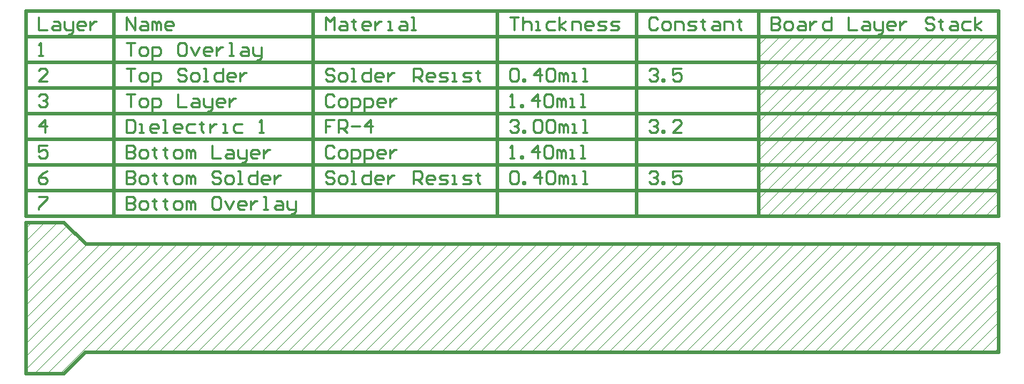
<source format=gm1>
G04 Layer_Color=16711935*
%FSAX25Y25*%
%MOIN*%
G70*
G01*
G75*
%ADD13C,0.01500*%
%ADD20C,0.01000*%
%ADD25C,0.00100*%
D13*
X0193389Y0388128D02*
X0210924D01*
X0221021Y0398225D01*
X0647269Y0398214D01*
Y0448645D01*
X0221126D02*
X0647269D01*
X0211039Y0458732D02*
X0221126Y0448645D01*
X0193389Y0458732D02*
X0211039D01*
X0193389Y0388128D02*
Y0458732D01*
X0647269Y0461732D02*
Y0557732D01*
X0535301Y0533732D02*
X0647269D01*
X0535301Y0521732D02*
X0647269D01*
X0535301Y0509732D02*
X0647269D01*
X0535301Y0497732D02*
X0647269D01*
X0535301Y0485732D02*
X0647269D01*
X0535301Y0473732D02*
X0647269D01*
X0535301Y0461732D02*
X0647269D01*
X0535301D02*
Y0557732D01*
X0478314Y0533732D02*
X0535301D01*
X0478314Y0521732D02*
X0535301D01*
X0478314Y0509732D02*
X0535301D01*
X0478314Y0497732D02*
X0535301D01*
X0478314Y0485732D02*
X0535301D01*
X0478314Y0473732D02*
X0535301D01*
X0478314Y0461732D02*
X0535301D01*
X0478314D02*
Y0557732D01*
X0413331Y0533732D02*
X0478314D01*
X0413331Y0521732D02*
X0478314D01*
X0413331Y0509732D02*
X0478314D01*
X0413331Y0497732D02*
X0478314D01*
X0413331Y0485732D02*
X0478314D01*
X0413331Y0473732D02*
X0478314D01*
X0413331Y0461732D02*
X0478314D01*
X0413331D02*
Y0557732D01*
X0327354Y0533732D02*
X0413331D01*
X0327354Y0521732D02*
X0413331D01*
X0327354Y0509732D02*
X0413331D01*
X0327354Y0497732D02*
X0413331D01*
X0327354Y0485732D02*
X0413331D01*
X0327354Y0473732D02*
X0413331D01*
X0327354Y0461732D02*
X0413331D01*
X0327354D02*
Y0557732D01*
X0234380Y0533732D02*
X0327354D01*
X0234380Y0521732D02*
X0327354D01*
X0234380Y0509732D02*
X0327354D01*
X0234380Y0497732D02*
X0327354D01*
X0234380Y0485732D02*
X0327354D01*
X0234380Y0473732D02*
X0327354D01*
X0234380Y0461732D02*
X0327354D01*
X0234380D02*
Y0557732D01*
X0193389Y0533732D02*
X0234380D01*
X0193389Y0521732D02*
X0234380D01*
X0193389Y0509732D02*
X0234380D01*
X0193389Y0497732D02*
X0234380D01*
X0193389Y0485732D02*
X0234380D01*
X0193389Y0473732D02*
X0234380D01*
X0193389Y0461732D02*
X0234380D01*
X0193389D02*
Y0557732D01*
X0647269D01*
X0193389Y0545732D02*
X0647269D01*
D20*
X0541301Y0554730D02*
Y0548732D01*
X0544300D01*
X0545299Y0549731D01*
Y0550731D01*
X0544300Y0551731D01*
X0541301D01*
X0544300D01*
X0545299Y0552730D01*
Y0553730D01*
X0544300Y0554730D01*
X0541301D01*
X0548298Y0548732D02*
X0550298D01*
X0551297Y0549731D01*
Y0551731D01*
X0550298Y0552730D01*
X0548298D01*
X0547299Y0551731D01*
Y0549731D01*
X0548298Y0548732D01*
X0554296Y0552730D02*
X0556296D01*
X0557296Y0551731D01*
Y0548732D01*
X0554296D01*
X0553297Y0549731D01*
X0554296Y0550731D01*
X0557296D01*
X0559295Y0552730D02*
Y0548732D01*
Y0550731D01*
X0560294Y0551731D01*
X0561294Y0552730D01*
X0562294D01*
X0569292Y0554730D02*
Y0548732D01*
X0566293D01*
X0565293Y0549731D01*
Y0551731D01*
X0566293Y0552730D01*
X0569292D01*
X0577289Y0554730D02*
Y0548732D01*
X0581288D01*
X0584287Y0552730D02*
X0586286D01*
X0587286Y0551731D01*
Y0548732D01*
X0584287D01*
X0583287Y0549731D01*
X0584287Y0550731D01*
X0587286D01*
X0589285Y0552730D02*
Y0549731D01*
X0590285Y0548732D01*
X0593284D01*
Y0547732D01*
X0592284Y0546732D01*
X0591285D01*
X0593284Y0548732D02*
Y0552730D01*
X0598282Y0548732D02*
X0596283D01*
X0595283Y0549731D01*
Y0551731D01*
X0596283Y0552730D01*
X0598282D01*
X0599282Y0551731D01*
Y0550731D01*
X0595283D01*
X0601281Y0552730D02*
Y0548732D01*
Y0550731D01*
X0602281Y0551731D01*
X0603281Y0552730D01*
X0604280D01*
X0617276Y0553730D02*
X0616276Y0554730D01*
X0614277D01*
X0613277Y0553730D01*
Y0552730D01*
X0614277Y0551731D01*
X0616276D01*
X0617276Y0550731D01*
Y0549731D01*
X0616276Y0548732D01*
X0614277D01*
X0613277Y0549731D01*
X0620275Y0553730D02*
Y0552730D01*
X0619275D01*
X0621275D01*
X0620275D01*
Y0549731D01*
X0621275Y0548732D01*
X0625274Y0552730D02*
X0627273D01*
X0628272Y0551731D01*
Y0548732D01*
X0625274D01*
X0624274Y0549731D01*
X0625274Y0550731D01*
X0628272D01*
X0634271Y0552730D02*
X0631272D01*
X0630272Y0551731D01*
Y0549731D01*
X0631272Y0548732D01*
X0634271D01*
X0636270D02*
Y0554730D01*
Y0550731D02*
X0639269Y0552730D01*
X0636270Y0550731D02*
X0639269Y0548732D01*
X0484314Y0529730D02*
X0485314Y0530730D01*
X0487314D01*
X0488313Y0529730D01*
Y0528730D01*
X0487314Y0527731D01*
X0486314D01*
X0487314D01*
X0488313Y0526731D01*
Y0525731D01*
X0487314Y0524732D01*
X0485314D01*
X0484314Y0525731D01*
X0490313Y0524732D02*
Y0525731D01*
X0491312D01*
Y0524732D01*
X0490313D01*
X0499310Y0530730D02*
X0495311D01*
Y0527731D01*
X0497310Y0528730D01*
X0498310D01*
X0499310Y0527731D01*
Y0525731D01*
X0498310Y0524732D01*
X0496311D01*
X0495311Y0525731D01*
X0484314Y0505730D02*
X0485314Y0506730D01*
X0487314D01*
X0488313Y0505730D01*
Y0504730D01*
X0487314Y0503731D01*
X0486314D01*
X0487314D01*
X0488313Y0502731D01*
Y0501731D01*
X0487314Y0500732D01*
X0485314D01*
X0484314Y0501731D01*
X0490313Y0500732D02*
Y0501731D01*
X0491312D01*
Y0500732D01*
X0490313D01*
X0499310D02*
X0495311D01*
X0499310Y0504730D01*
Y0505730D01*
X0498310Y0506730D01*
X0496311D01*
X0495311Y0505730D01*
X0484314Y0481730D02*
X0485314Y0482730D01*
X0487314D01*
X0488313Y0481730D01*
Y0480730D01*
X0487314Y0479731D01*
X0486314D01*
X0487314D01*
X0488313Y0478731D01*
Y0477731D01*
X0487314Y0476732D01*
X0485314D01*
X0484314Y0477731D01*
X0490313Y0476732D02*
Y0477731D01*
X0491312D01*
Y0476732D01*
X0490313D01*
X0499310Y0482730D02*
X0495311D01*
Y0479731D01*
X0497310Y0480730D01*
X0498310D01*
X0499310Y0479731D01*
Y0477731D01*
X0498310Y0476732D01*
X0496311D01*
X0495311Y0477731D01*
X0488313Y0553730D02*
X0487314Y0554730D01*
X0485314D01*
X0484314Y0553730D01*
Y0549731D01*
X0485314Y0548732D01*
X0487314D01*
X0488313Y0549731D01*
X0491312Y0548732D02*
X0493312D01*
X0494311Y0549731D01*
Y0551731D01*
X0493312Y0552730D01*
X0491312D01*
X0490313Y0551731D01*
Y0549731D01*
X0491312Y0548732D01*
X0496311D02*
Y0552730D01*
X0499310D01*
X0500309Y0551731D01*
Y0548732D01*
X0502309D02*
X0505308D01*
X0506307Y0549731D01*
X0505308Y0550731D01*
X0503308D01*
X0502309Y0551731D01*
X0503308Y0552730D01*
X0506307D01*
X0509306Y0553730D02*
Y0552730D01*
X0508307D01*
X0510306D01*
X0509306D01*
Y0549731D01*
X0510306Y0548732D01*
X0514305Y0552730D02*
X0516304D01*
X0517304Y0551731D01*
Y0548732D01*
X0514305D01*
X0513305Y0549731D01*
X0514305Y0550731D01*
X0517304D01*
X0519303Y0548732D02*
Y0552730D01*
X0522302D01*
X0523302Y0551731D01*
Y0548732D01*
X0526301Y0553730D02*
Y0552730D01*
X0525301D01*
X0527301D01*
X0526301D01*
Y0549731D01*
X0527301Y0548732D01*
X0419331Y0529730D02*
X0420331Y0530730D01*
X0422330D01*
X0423330Y0529730D01*
Y0525731D01*
X0422330Y0524732D01*
X0420331D01*
X0419331Y0525731D01*
Y0529730D01*
X0425329Y0524732D02*
Y0525731D01*
X0426329D01*
Y0524732D01*
X0425329D01*
X0433326D02*
Y0530730D01*
X0430328Y0527731D01*
X0434326D01*
X0436326Y0529730D02*
X0437325Y0530730D01*
X0439325D01*
X0440324Y0529730D01*
Y0525731D01*
X0439325Y0524732D01*
X0437325D01*
X0436326Y0525731D01*
Y0529730D01*
X0442324Y0524732D02*
Y0528730D01*
X0443323D01*
X0444323Y0527731D01*
Y0524732D01*
Y0527731D01*
X0445323Y0528730D01*
X0446322Y0527731D01*
Y0524732D01*
X0448322D02*
X0450321D01*
X0449321D01*
Y0528730D01*
X0448322D01*
X0453320Y0524732D02*
X0455319D01*
X0454320D01*
Y0530730D01*
X0453320D01*
X0419331Y0512732D02*
X0421330D01*
X0420331D01*
Y0518730D01*
X0419331Y0517730D01*
X0424329Y0512732D02*
Y0513731D01*
X0425329D01*
Y0512732D01*
X0424329D01*
X0432327D02*
Y0518730D01*
X0429328Y0515731D01*
X0433326D01*
X0435326Y0517730D02*
X0436326Y0518730D01*
X0438325D01*
X0439325Y0517730D01*
Y0513731D01*
X0438325Y0512732D01*
X0436326D01*
X0435326Y0513731D01*
Y0517730D01*
X0441324Y0512732D02*
Y0516730D01*
X0442324D01*
X0443323Y0515731D01*
Y0512732D01*
Y0515731D01*
X0444323Y0516730D01*
X0445323Y0515731D01*
Y0512732D01*
X0447322D02*
X0449321D01*
X0448322D01*
Y0516730D01*
X0447322D01*
X0452320Y0512732D02*
X0454320D01*
X0453320D01*
Y0518730D01*
X0452320D01*
X0419331Y0505730D02*
X0420331Y0506730D01*
X0422330D01*
X0423330Y0505730D01*
Y0504730D01*
X0422330Y0503731D01*
X0421330D01*
X0422330D01*
X0423330Y0502731D01*
Y0501731D01*
X0422330Y0500732D01*
X0420331D01*
X0419331Y0501731D01*
X0425329Y0500732D02*
Y0501731D01*
X0426329D01*
Y0500732D01*
X0425329D01*
X0430328Y0505730D02*
X0431327Y0506730D01*
X0433326D01*
X0434326Y0505730D01*
Y0501731D01*
X0433326Y0500732D01*
X0431327D01*
X0430328Y0501731D01*
Y0505730D01*
X0436326D02*
X0437325Y0506730D01*
X0439325D01*
X0440324Y0505730D01*
Y0501731D01*
X0439325Y0500732D01*
X0437325D01*
X0436326Y0501731D01*
Y0505730D01*
X0442324Y0500732D02*
Y0504730D01*
X0443323D01*
X0444323Y0503731D01*
Y0500732D01*
Y0503731D01*
X0445323Y0504730D01*
X0446322Y0503731D01*
Y0500732D01*
X0448322D02*
X0450321D01*
X0449321D01*
Y0504730D01*
X0448322D01*
X0453320Y0500732D02*
X0455319D01*
X0454320D01*
Y0506730D01*
X0453320D01*
X0419331Y0488732D02*
X0421330D01*
X0420331D01*
Y0494730D01*
X0419331Y0493730D01*
X0424329Y0488732D02*
Y0489731D01*
X0425329D01*
Y0488732D01*
X0424329D01*
X0432327D02*
Y0494730D01*
X0429328Y0491731D01*
X0433326D01*
X0435326Y0493730D02*
X0436326Y0494730D01*
X0438325D01*
X0439325Y0493730D01*
Y0489731D01*
X0438325Y0488732D01*
X0436326D01*
X0435326Y0489731D01*
Y0493730D01*
X0441324Y0488732D02*
Y0492730D01*
X0442324D01*
X0443323Y0491731D01*
Y0488732D01*
Y0491731D01*
X0444323Y0492730D01*
X0445323Y0491731D01*
Y0488732D01*
X0447322D02*
X0449321D01*
X0448322D01*
Y0492730D01*
X0447322D01*
X0452320Y0488732D02*
X0454320D01*
X0453320D01*
Y0494730D01*
X0452320D01*
X0419331Y0481730D02*
X0420331Y0482730D01*
X0422330D01*
X0423330Y0481730D01*
Y0477731D01*
X0422330Y0476732D01*
X0420331D01*
X0419331Y0477731D01*
Y0481730D01*
X0425329Y0476732D02*
Y0477731D01*
X0426329D01*
Y0476732D01*
X0425329D01*
X0433326D02*
Y0482730D01*
X0430328Y0479731D01*
X0434326D01*
X0436326Y0481730D02*
X0437325Y0482730D01*
X0439325D01*
X0440324Y0481730D01*
Y0477731D01*
X0439325Y0476732D01*
X0437325D01*
X0436326Y0477731D01*
Y0481730D01*
X0442324Y0476732D02*
Y0480730D01*
X0443323D01*
X0444323Y0479731D01*
Y0476732D01*
Y0479731D01*
X0445323Y0480730D01*
X0446322Y0479731D01*
Y0476732D01*
X0448322D02*
X0450321D01*
X0449321D01*
Y0480730D01*
X0448322D01*
X0453320Y0476732D02*
X0455319D01*
X0454320D01*
Y0482730D01*
X0453320D01*
X0419331Y0554730D02*
X0423330D01*
X0421330D01*
Y0548732D01*
X0425329Y0554730D02*
Y0548732D01*
Y0551731D01*
X0426329Y0552730D01*
X0428328D01*
X0429328Y0551731D01*
Y0548732D01*
X0431327D02*
X0433326D01*
X0432327D01*
Y0552730D01*
X0431327D01*
X0440324D02*
X0437325D01*
X0436326Y0551731D01*
Y0549731D01*
X0437325Y0548732D01*
X0440324D01*
X0442324D02*
Y0554730D01*
Y0550731D02*
X0445323Y0552730D01*
X0442324Y0550731D02*
X0445323Y0548732D01*
X0448322D02*
Y0552730D01*
X0451321D01*
X0452320Y0551731D01*
Y0548732D01*
X0457319D02*
X0455319D01*
X0454320Y0549731D01*
Y0551731D01*
X0455319Y0552730D01*
X0457319D01*
X0458318Y0551731D01*
Y0550731D01*
X0454320D01*
X0460318Y0548732D02*
X0463317D01*
X0464317Y0549731D01*
X0463317Y0550731D01*
X0461317D01*
X0460318Y0551731D01*
X0461317Y0552730D01*
X0464317D01*
X0466316Y0548732D02*
X0469315D01*
X0470315Y0549731D01*
X0469315Y0550731D01*
X0467315D01*
X0466316Y0551731D01*
X0467315Y0552730D01*
X0470315D01*
X0337353Y0529730D02*
X0336353Y0530730D01*
X0334354D01*
X0333354Y0529730D01*
Y0528730D01*
X0334354Y0527731D01*
X0336353D01*
X0337353Y0526731D01*
Y0525731D01*
X0336353Y0524732D01*
X0334354D01*
X0333354Y0525731D01*
X0340352Y0524732D02*
X0342351D01*
X0343351Y0525731D01*
Y0527731D01*
X0342351Y0528730D01*
X0340352D01*
X0339352Y0527731D01*
Y0525731D01*
X0340352Y0524732D01*
X0345351D02*
X0347350D01*
X0346350D01*
Y0530730D01*
X0345351D01*
X0354347D02*
Y0524732D01*
X0351348D01*
X0350349Y0525731D01*
Y0527731D01*
X0351348Y0528730D01*
X0354347D01*
X0359346Y0524732D02*
X0357347D01*
X0356347Y0525731D01*
Y0527731D01*
X0357347Y0528730D01*
X0359346D01*
X0360346Y0527731D01*
Y0526731D01*
X0356347D01*
X0362345Y0528730D02*
Y0524732D01*
Y0526731D01*
X0363345Y0527731D01*
X0364344Y0528730D01*
X0365344D01*
X0374341Y0524732D02*
Y0530730D01*
X0377340D01*
X0378340Y0529730D01*
Y0527731D01*
X0377340Y0526731D01*
X0374341D01*
X0376340D02*
X0378340Y0524732D01*
X0383338D02*
X0381339D01*
X0380339Y0525731D01*
Y0527731D01*
X0381339Y0528730D01*
X0383338D01*
X0384338Y0527731D01*
Y0526731D01*
X0380339D01*
X0386337Y0524732D02*
X0389336D01*
X0390336Y0525731D01*
X0389336Y0526731D01*
X0387337D01*
X0386337Y0527731D01*
X0387337Y0528730D01*
X0390336D01*
X0392335Y0524732D02*
X0394335D01*
X0393335D01*
Y0528730D01*
X0392335D01*
X0397334Y0524732D02*
X0400333D01*
X0401332Y0525731D01*
X0400333Y0526731D01*
X0398333D01*
X0397334Y0527731D01*
X0398333Y0528730D01*
X0401332D01*
X0404331Y0529730D02*
Y0528730D01*
X0403332D01*
X0405331D01*
X0404331D01*
Y0525731D01*
X0405331Y0524732D01*
X0337353Y0517730D02*
X0336353Y0518730D01*
X0334354D01*
X0333354Y0517730D01*
Y0513731D01*
X0334354Y0512732D01*
X0336353D01*
X0337353Y0513731D01*
X0340352Y0512732D02*
X0342351D01*
X0343351Y0513731D01*
Y0515731D01*
X0342351Y0516730D01*
X0340352D01*
X0339352Y0515731D01*
Y0513731D01*
X0340352Y0512732D01*
X0345351Y0510732D02*
Y0516730D01*
X0348349D01*
X0349349Y0515731D01*
Y0513731D01*
X0348349Y0512732D01*
X0345351D01*
X0351348Y0510732D02*
Y0516730D01*
X0354347D01*
X0355347Y0515731D01*
Y0513731D01*
X0354347Y0512732D01*
X0351348D01*
X0360346D02*
X0358346D01*
X0357347Y0513731D01*
Y0515731D01*
X0358346Y0516730D01*
X0360346D01*
X0361345Y0515731D01*
Y0514731D01*
X0357347D01*
X0363345Y0516730D02*
Y0512732D01*
Y0514731D01*
X0364344Y0515731D01*
X0365344Y0516730D01*
X0366344D01*
X0337353Y0506730D02*
X0333354D01*
Y0503731D01*
X0335354D01*
X0333354D01*
Y0500732D01*
X0339352D02*
Y0506730D01*
X0342351D01*
X0343351Y0505730D01*
Y0503731D01*
X0342351Y0502731D01*
X0339352D01*
X0341352D02*
X0343351Y0500732D01*
X0345351Y0503731D02*
X0349349D01*
X0354347Y0500732D02*
Y0506730D01*
X0351348Y0503731D01*
X0355347D01*
X0337353Y0493730D02*
X0336353Y0494730D01*
X0334354D01*
X0333354Y0493730D01*
Y0489731D01*
X0334354Y0488732D01*
X0336353D01*
X0337353Y0489731D01*
X0340352Y0488732D02*
X0342351D01*
X0343351Y0489731D01*
Y0491731D01*
X0342351Y0492730D01*
X0340352D01*
X0339352Y0491731D01*
Y0489731D01*
X0340352Y0488732D01*
X0345351Y0486732D02*
Y0492730D01*
X0348349D01*
X0349349Y0491731D01*
Y0489731D01*
X0348349Y0488732D01*
X0345351D01*
X0351348Y0486732D02*
Y0492730D01*
X0354347D01*
X0355347Y0491731D01*
Y0489731D01*
X0354347Y0488732D01*
X0351348D01*
X0360346D02*
X0358346D01*
X0357347Y0489731D01*
Y0491731D01*
X0358346Y0492730D01*
X0360346D01*
X0361345Y0491731D01*
Y0490731D01*
X0357347D01*
X0363345Y0492730D02*
Y0488732D01*
Y0490731D01*
X0364344Y0491731D01*
X0365344Y0492730D01*
X0366344D01*
X0337353Y0481730D02*
X0336353Y0482730D01*
X0334354D01*
X0333354Y0481730D01*
Y0480730D01*
X0334354Y0479731D01*
X0336353D01*
X0337353Y0478731D01*
Y0477731D01*
X0336353Y0476732D01*
X0334354D01*
X0333354Y0477731D01*
X0340352Y0476732D02*
X0342351D01*
X0343351Y0477731D01*
Y0479731D01*
X0342351Y0480730D01*
X0340352D01*
X0339352Y0479731D01*
Y0477731D01*
X0340352Y0476732D01*
X0345351D02*
X0347350D01*
X0346350D01*
Y0482730D01*
X0345351D01*
X0354347D02*
Y0476732D01*
X0351348D01*
X0350349Y0477731D01*
Y0479731D01*
X0351348Y0480730D01*
X0354347D01*
X0359346Y0476732D02*
X0357347D01*
X0356347Y0477731D01*
Y0479731D01*
X0357347Y0480730D01*
X0359346D01*
X0360346Y0479731D01*
Y0478731D01*
X0356347D01*
X0362345Y0480730D02*
Y0476732D01*
Y0478731D01*
X0363345Y0479731D01*
X0364344Y0480730D01*
X0365344D01*
X0374341Y0476732D02*
Y0482730D01*
X0377340D01*
X0378340Y0481730D01*
Y0479731D01*
X0377340Y0478731D01*
X0374341D01*
X0376340D02*
X0378340Y0476732D01*
X0383338D02*
X0381339D01*
X0380339Y0477731D01*
Y0479731D01*
X0381339Y0480730D01*
X0383338D01*
X0384338Y0479731D01*
Y0478731D01*
X0380339D01*
X0386337Y0476732D02*
X0389336D01*
X0390336Y0477731D01*
X0389336Y0478731D01*
X0387337D01*
X0386337Y0479731D01*
X0387337Y0480730D01*
X0390336D01*
X0392335Y0476732D02*
X0394335D01*
X0393335D01*
Y0480730D01*
X0392335D01*
X0397334Y0476732D02*
X0400333D01*
X0401332Y0477731D01*
X0400333Y0478731D01*
X0398333D01*
X0397334Y0479731D01*
X0398333Y0480730D01*
X0401332D01*
X0404331Y0481730D02*
Y0480730D01*
X0403332D01*
X0405331D01*
X0404331D01*
Y0477731D01*
X0405331Y0476732D01*
X0333354Y0548732D02*
Y0554730D01*
X0335354Y0552730D01*
X0337353Y0554730D01*
Y0548732D01*
X0340352Y0552730D02*
X0342351D01*
X0343351Y0551731D01*
Y0548732D01*
X0340352D01*
X0339352Y0549731D01*
X0340352Y0550731D01*
X0343351D01*
X0346350Y0553730D02*
Y0552730D01*
X0345351D01*
X0347350D01*
X0346350D01*
Y0549731D01*
X0347350Y0548732D01*
X0353348D02*
X0351348D01*
X0350349Y0549731D01*
Y0551731D01*
X0351348Y0552730D01*
X0353348D01*
X0354347Y0551731D01*
Y0550731D01*
X0350349D01*
X0356347Y0552730D02*
Y0548732D01*
Y0550731D01*
X0357347Y0551731D01*
X0358346Y0552730D01*
X0359346D01*
X0362345Y0548732D02*
X0364344D01*
X0363345D01*
Y0552730D01*
X0362345D01*
X0368343D02*
X0370342D01*
X0371342Y0551731D01*
Y0548732D01*
X0368343D01*
X0367343Y0549731D01*
X0368343Y0550731D01*
X0371342D01*
X0373341Y0548732D02*
X0375341D01*
X0374341D01*
Y0554730D01*
X0373341D01*
X0240380Y0542730D02*
X0244379D01*
X0242379D01*
Y0536732D01*
X0247378D02*
X0249377D01*
X0250377Y0537731D01*
Y0539731D01*
X0249377Y0540730D01*
X0247378D01*
X0246378Y0539731D01*
Y0537731D01*
X0247378Y0536732D01*
X0252376Y0534732D02*
Y0540730D01*
X0255375D01*
X0256375Y0539731D01*
Y0537731D01*
X0255375Y0536732D01*
X0252376D01*
X0267371Y0542730D02*
X0265372D01*
X0264372Y0541730D01*
Y0537731D01*
X0265372Y0536732D01*
X0267371D01*
X0268371Y0537731D01*
Y0541730D01*
X0267371Y0542730D01*
X0270370Y0540730D02*
X0272370Y0536732D01*
X0274369Y0540730D01*
X0279367Y0536732D02*
X0277368D01*
X0276368Y0537731D01*
Y0539731D01*
X0277368Y0540730D01*
X0279367D01*
X0280367Y0539731D01*
Y0538731D01*
X0276368D01*
X0282366Y0540730D02*
Y0536732D01*
Y0538731D01*
X0283366Y0539731D01*
X0284366Y0540730D01*
X0285365D01*
X0288364Y0536732D02*
X0290364D01*
X0289364D01*
Y0542730D01*
X0288364D01*
X0294362Y0540730D02*
X0296362D01*
X0297361Y0539731D01*
Y0536732D01*
X0294362D01*
X0293363Y0537731D01*
X0294362Y0538731D01*
X0297361D01*
X0299361Y0540730D02*
Y0537731D01*
X0300360Y0536732D01*
X0303360D01*
Y0535732D01*
X0302360Y0534732D01*
X0301360D01*
X0303360Y0536732D02*
Y0540730D01*
X0240380Y0530730D02*
X0244379D01*
X0242379D01*
Y0524732D01*
X0247378D02*
X0249377D01*
X0250377Y0525731D01*
Y0527731D01*
X0249377Y0528730D01*
X0247378D01*
X0246378Y0527731D01*
Y0525731D01*
X0247378Y0524732D01*
X0252376Y0522732D02*
Y0528730D01*
X0255375D01*
X0256375Y0527731D01*
Y0525731D01*
X0255375Y0524732D01*
X0252376D01*
X0268371Y0529730D02*
X0267371Y0530730D01*
X0265372D01*
X0264372Y0529730D01*
Y0528730D01*
X0265372Y0527731D01*
X0267371D01*
X0268371Y0526731D01*
Y0525731D01*
X0267371Y0524732D01*
X0265372D01*
X0264372Y0525731D01*
X0271370Y0524732D02*
X0273369D01*
X0274369Y0525731D01*
Y0527731D01*
X0273369Y0528730D01*
X0271370D01*
X0270370Y0527731D01*
Y0525731D01*
X0271370Y0524732D01*
X0276368D02*
X0278368D01*
X0277368D01*
Y0530730D01*
X0276368D01*
X0285365D02*
Y0524732D01*
X0282366D01*
X0281367Y0525731D01*
Y0527731D01*
X0282366Y0528730D01*
X0285365D01*
X0290364Y0524732D02*
X0288364D01*
X0287365Y0525731D01*
Y0527731D01*
X0288364Y0528730D01*
X0290364D01*
X0291363Y0527731D01*
Y0526731D01*
X0287365D01*
X0293363Y0528730D02*
Y0524732D01*
Y0526731D01*
X0294362Y0527731D01*
X0295362Y0528730D01*
X0296362D01*
X0240380Y0518730D02*
X0244379D01*
X0242379D01*
Y0512732D01*
X0247378D02*
X0249377D01*
X0250377Y0513731D01*
Y0515731D01*
X0249377Y0516730D01*
X0247378D01*
X0246378Y0515731D01*
Y0513731D01*
X0247378Y0512732D01*
X0252376Y0510732D02*
Y0516730D01*
X0255375D01*
X0256375Y0515731D01*
Y0513731D01*
X0255375Y0512732D01*
X0252376D01*
X0264372Y0518730D02*
Y0512732D01*
X0268371D01*
X0271370Y0516730D02*
X0273369D01*
X0274369Y0515731D01*
Y0512732D01*
X0271370D01*
X0270370Y0513731D01*
X0271370Y0514731D01*
X0274369D01*
X0276368Y0516730D02*
Y0513731D01*
X0277368Y0512732D01*
X0280367D01*
Y0511732D01*
X0279367Y0510732D01*
X0278368D01*
X0280367Y0512732D02*
Y0516730D01*
X0285365Y0512732D02*
X0283366D01*
X0282366Y0513731D01*
Y0515731D01*
X0283366Y0516730D01*
X0285365D01*
X0286365Y0515731D01*
Y0514731D01*
X0282366D01*
X0288364Y0516730D02*
Y0512732D01*
Y0514731D01*
X0289364Y0515731D01*
X0290364Y0516730D01*
X0291363D01*
X0240380Y0506730D02*
Y0500732D01*
X0243379D01*
X0244379Y0501731D01*
Y0505730D01*
X0243379Y0506730D01*
X0240380D01*
X0246378Y0500732D02*
X0248377D01*
X0247378D01*
Y0504730D01*
X0246378D01*
X0254375Y0500732D02*
X0252376D01*
X0251376Y0501731D01*
Y0503731D01*
X0252376Y0504730D01*
X0254375D01*
X0255375Y0503731D01*
Y0502731D01*
X0251376D01*
X0257374Y0500732D02*
X0259374D01*
X0258374D01*
Y0506730D01*
X0257374D01*
X0265372Y0500732D02*
X0263372D01*
X0262373Y0501731D01*
Y0503731D01*
X0263372Y0504730D01*
X0265372D01*
X0266371Y0503731D01*
Y0502731D01*
X0262373D01*
X0272370Y0504730D02*
X0269371D01*
X0268371Y0503731D01*
Y0501731D01*
X0269371Y0500732D01*
X0272370D01*
X0275369Y0505730D02*
Y0504730D01*
X0274369D01*
X0276368D01*
X0275369D01*
Y0501731D01*
X0276368Y0500732D01*
X0279367Y0504730D02*
Y0500732D01*
Y0502731D01*
X0280367Y0503731D01*
X0281367Y0504730D01*
X0282366D01*
X0285365Y0500732D02*
X0287365D01*
X0286365D01*
Y0504730D01*
X0285365D01*
X0294362D02*
X0291363D01*
X0290364Y0503731D01*
Y0501731D01*
X0291363Y0500732D01*
X0294362D01*
X0302360D02*
X0304359D01*
X0303360D01*
Y0506730D01*
X0302360Y0505730D01*
X0240380Y0494730D02*
Y0488732D01*
X0243379D01*
X0244379Y0489731D01*
Y0490731D01*
X0243379Y0491731D01*
X0240380D01*
X0243379D01*
X0244379Y0492730D01*
Y0493730D01*
X0243379Y0494730D01*
X0240380D01*
X0247378Y0488732D02*
X0249377D01*
X0250377Y0489731D01*
Y0491731D01*
X0249377Y0492730D01*
X0247378D01*
X0246378Y0491731D01*
Y0489731D01*
X0247378Y0488732D01*
X0253376Y0493730D02*
Y0492730D01*
X0252376D01*
X0254375D01*
X0253376D01*
Y0489731D01*
X0254375Y0488732D01*
X0258374Y0493730D02*
Y0492730D01*
X0257374D01*
X0259374D01*
X0258374D01*
Y0489731D01*
X0259374Y0488732D01*
X0263372D02*
X0265372D01*
X0266371Y0489731D01*
Y0491731D01*
X0265372Y0492730D01*
X0263372D01*
X0262373Y0491731D01*
Y0489731D01*
X0263372Y0488732D01*
X0268371D02*
Y0492730D01*
X0269371D01*
X0270370Y0491731D01*
Y0488732D01*
Y0491731D01*
X0271370Y0492730D01*
X0272370Y0491731D01*
Y0488732D01*
X0280367Y0494730D02*
Y0488732D01*
X0284366D01*
X0287365Y0492730D02*
X0289364D01*
X0290364Y0491731D01*
Y0488732D01*
X0287365D01*
X0286365Y0489731D01*
X0287365Y0490731D01*
X0290364D01*
X0292363Y0492730D02*
Y0489731D01*
X0293363Y0488732D01*
X0296362D01*
Y0487732D01*
X0295362Y0486732D01*
X0294362D01*
X0296362Y0488732D02*
Y0492730D01*
X0301360Y0488732D02*
X0299361D01*
X0298361Y0489731D01*
Y0491731D01*
X0299361Y0492730D01*
X0301360D01*
X0302360Y0491731D01*
Y0490731D01*
X0298361D01*
X0304359Y0492730D02*
Y0488732D01*
Y0490731D01*
X0305359Y0491731D01*
X0306359Y0492730D01*
X0307358D01*
X0240380Y0482730D02*
Y0476732D01*
X0243379D01*
X0244379Y0477731D01*
Y0478731D01*
X0243379Y0479731D01*
X0240380D01*
X0243379D01*
X0244379Y0480730D01*
Y0481730D01*
X0243379Y0482730D01*
X0240380D01*
X0247378Y0476732D02*
X0249377D01*
X0250377Y0477731D01*
Y0479731D01*
X0249377Y0480730D01*
X0247378D01*
X0246378Y0479731D01*
Y0477731D01*
X0247378Y0476732D01*
X0253376Y0481730D02*
Y0480730D01*
X0252376D01*
X0254375D01*
X0253376D01*
Y0477731D01*
X0254375Y0476732D01*
X0258374Y0481730D02*
Y0480730D01*
X0257374D01*
X0259374D01*
X0258374D01*
Y0477731D01*
X0259374Y0476732D01*
X0263372D02*
X0265372D01*
X0266371Y0477731D01*
Y0479731D01*
X0265372Y0480730D01*
X0263372D01*
X0262373Y0479731D01*
Y0477731D01*
X0263372Y0476732D01*
X0268371D02*
Y0480730D01*
X0269371D01*
X0270370Y0479731D01*
Y0476732D01*
Y0479731D01*
X0271370Y0480730D01*
X0272370Y0479731D01*
Y0476732D01*
X0284366Y0481730D02*
X0283366Y0482730D01*
X0281367D01*
X0280367Y0481730D01*
Y0480730D01*
X0281367Y0479731D01*
X0283366D01*
X0284366Y0478731D01*
Y0477731D01*
X0283366Y0476732D01*
X0281367D01*
X0280367Y0477731D01*
X0287365Y0476732D02*
X0289364D01*
X0290364Y0477731D01*
Y0479731D01*
X0289364Y0480730D01*
X0287365D01*
X0286365Y0479731D01*
Y0477731D01*
X0287365Y0476732D01*
X0292363D02*
X0294362D01*
X0293363D01*
Y0482730D01*
X0292363D01*
X0301360D02*
Y0476732D01*
X0298361D01*
X0297361Y0477731D01*
Y0479731D01*
X0298361Y0480730D01*
X0301360D01*
X0306359Y0476732D02*
X0304359D01*
X0303360Y0477731D01*
Y0479731D01*
X0304359Y0480730D01*
X0306359D01*
X0307358Y0479731D01*
Y0478731D01*
X0303360D01*
X0309358Y0480730D02*
Y0476732D01*
Y0478731D01*
X0310357Y0479731D01*
X0311357Y0480730D01*
X0312357D01*
X0240380Y0470730D02*
Y0464732D01*
X0243379D01*
X0244379Y0465731D01*
Y0466731D01*
X0243379Y0467731D01*
X0240380D01*
X0243379D01*
X0244379Y0468730D01*
Y0469730D01*
X0243379Y0470730D01*
X0240380D01*
X0247378Y0464732D02*
X0249377D01*
X0250377Y0465731D01*
Y0467731D01*
X0249377Y0468730D01*
X0247378D01*
X0246378Y0467731D01*
Y0465731D01*
X0247378Y0464732D01*
X0253376Y0469730D02*
Y0468730D01*
X0252376D01*
X0254375D01*
X0253376D01*
Y0465731D01*
X0254375Y0464732D01*
X0258374Y0469730D02*
Y0468730D01*
X0257374D01*
X0259374D01*
X0258374D01*
Y0465731D01*
X0259374Y0464732D01*
X0263372D02*
X0265372D01*
X0266371Y0465731D01*
Y0467731D01*
X0265372Y0468730D01*
X0263372D01*
X0262373Y0467731D01*
Y0465731D01*
X0263372Y0464732D01*
X0268371D02*
Y0468730D01*
X0269371D01*
X0270370Y0467731D01*
Y0464732D01*
Y0467731D01*
X0271370Y0468730D01*
X0272370Y0467731D01*
Y0464732D01*
X0283366Y0470730D02*
X0281367D01*
X0280367Y0469730D01*
Y0465731D01*
X0281367Y0464732D01*
X0283366D01*
X0284366Y0465731D01*
Y0469730D01*
X0283366Y0470730D01*
X0286365Y0468730D02*
X0288364Y0464732D01*
X0290364Y0468730D01*
X0295362Y0464732D02*
X0293363D01*
X0292363Y0465731D01*
Y0467731D01*
X0293363Y0468730D01*
X0295362D01*
X0296362Y0467731D01*
Y0466731D01*
X0292363D01*
X0298361Y0468730D02*
Y0464732D01*
Y0466731D01*
X0299361Y0467731D01*
X0300360Y0468730D01*
X0301360D01*
X0304359Y0464732D02*
X0306359D01*
X0305359D01*
Y0470730D01*
X0304359D01*
X0310357Y0468730D02*
X0312357D01*
X0313356Y0467731D01*
Y0464732D01*
X0310357D01*
X0309358Y0465731D01*
X0310357Y0466731D01*
X0313356D01*
X0315356Y0468730D02*
Y0465731D01*
X0316355Y0464732D01*
X0319354D01*
Y0463732D01*
X0318355Y0462732D01*
X0317355D01*
X0319354Y0464732D02*
Y0468730D01*
X0240380Y0548732D02*
Y0554730D01*
X0244379Y0548732D01*
Y0554730D01*
X0247378Y0552730D02*
X0249377D01*
X0250377Y0551731D01*
Y0548732D01*
X0247378D01*
X0246378Y0549731D01*
X0247378Y0550731D01*
X0250377D01*
X0252376Y0548732D02*
Y0552730D01*
X0253376D01*
X0254375Y0551731D01*
Y0548732D01*
Y0551731D01*
X0255375Y0552730D01*
X0256375Y0551731D01*
Y0548732D01*
X0261373D02*
X0259374D01*
X0258374Y0549731D01*
Y0551731D01*
X0259374Y0552730D01*
X0261373D01*
X0262373Y0551731D01*
Y0550731D01*
X0258374D01*
X0199389Y0536732D02*
X0201388D01*
X0200388D01*
Y0542730D01*
X0199389Y0541730D01*
X0203387Y0524732D02*
X0199389D01*
X0203387Y0528730D01*
Y0529730D01*
X0202388Y0530730D01*
X0200388D01*
X0199389Y0529730D01*
Y0517730D02*
X0200388Y0518730D01*
X0202388D01*
X0203387Y0517730D01*
Y0516730D01*
X0202388Y0515731D01*
X0201388D01*
X0202388D01*
X0203387Y0514731D01*
Y0513731D01*
X0202388Y0512732D01*
X0200388D01*
X0199389Y0513731D01*
X0202388Y0500732D02*
Y0506730D01*
X0199389Y0503731D01*
X0203387D01*
Y0494730D02*
X0199389D01*
Y0491731D01*
X0201388Y0492730D01*
X0202388D01*
X0203387Y0491731D01*
Y0489731D01*
X0202388Y0488732D01*
X0200388D01*
X0199389Y0489731D01*
X0203387Y0482730D02*
X0201388Y0481730D01*
X0199389Y0479731D01*
Y0477731D01*
X0200388Y0476732D01*
X0202388D01*
X0203387Y0477731D01*
Y0478731D01*
X0202388Y0479731D01*
X0199389D01*
Y0470730D02*
X0203387D01*
Y0469730D01*
X0199389Y0465731D01*
Y0464732D01*
Y0554730D02*
Y0548732D01*
X0203387D01*
X0206386Y0552730D02*
X0208386D01*
X0209385Y0551731D01*
Y0548732D01*
X0206386D01*
X0205387Y0549731D01*
X0206386Y0550731D01*
X0209385D01*
X0211385Y0552730D02*
Y0549731D01*
X0212384Y0548732D01*
X0215383D01*
Y0547732D01*
X0214384Y0546732D01*
X0213384D01*
X0215383Y0548732D02*
Y0552730D01*
X0220382Y0548732D02*
X0218383D01*
X0217383Y0549731D01*
Y0551731D01*
X0218383Y0552730D01*
X0220382D01*
X0221381Y0551731D01*
Y0550731D01*
X0217383D01*
X0223381Y0552730D02*
Y0548732D01*
Y0550731D01*
X0224380Y0551731D01*
X0225380Y0552730D01*
X0226380D01*
D25*
X0193389Y0456248D02*
X0195927Y0458786D01*
X0193389Y0450247D02*
X0201927Y0458786D01*
X0193389Y0444247D02*
X0207927Y0458786D01*
X0193389Y0438247D02*
X0212494Y0457353D01*
X0193389Y0432247D02*
X0215494Y0454353D01*
X0193389Y0426248D02*
X0218494Y0451353D01*
X0193389Y0420248D02*
X0221863Y0448722D01*
X0193389Y0414248D02*
X0227863Y0448722D01*
X0193389Y0408248D02*
X0233863Y0448722D01*
X0193389Y0402248D02*
X0239863Y0448722D01*
X0193389Y0396248D02*
X0245863Y0448722D01*
X0193389Y0390248D02*
X0251863Y0448722D01*
X0197215Y0388074D02*
X0257863Y0448722D01*
X0203215Y0388074D02*
X0263863Y0448722D01*
X0209215Y0388074D02*
X0269863Y0448722D01*
X0225290Y0398149D02*
X0275863Y0448722D01*
X0231290Y0398149D02*
X0281863Y0448722D01*
X0237290Y0398149D02*
X0287863Y0448722D01*
X0243289Y0398148D02*
X0293863Y0448722D01*
X0249289Y0398148D02*
X0299863Y0448722D01*
X0255289Y0398148D02*
X0305863Y0448722D01*
X0261289Y0398148D02*
X0311863Y0448722D01*
X0267289Y0398148D02*
X0317863Y0448722D01*
X0273289Y0398148D02*
X0323863Y0448722D01*
X0279289Y0398147D02*
X0329863Y0448722D01*
X0285288Y0398147D02*
X0335863Y0448722D01*
X0291288Y0398147D02*
X0341863Y0448722D01*
X0297288Y0398147D02*
X0347863Y0448722D01*
X0303288Y0398147D02*
X0353863Y0448722D01*
X0309288Y0398147D02*
X0359863Y0448722D01*
X0315287Y0398147D02*
X0365863Y0448722D01*
X0321287Y0398146D02*
X0371863Y0448722D01*
X0327287Y0398146D02*
X0377863Y0448722D01*
X0333287Y0398146D02*
X0383863Y0448722D01*
X0339287Y0398146D02*
X0389863Y0448722D01*
X0345287Y0398146D02*
X0395863Y0448722D01*
X0351287Y0398146D02*
X0401863Y0448722D01*
X0357286Y0398145D02*
X0407863Y0448722D01*
X0363286Y0398145D02*
X0413863Y0448722D01*
X0369286Y0398145D02*
X0419863Y0448722D01*
X0375286Y0398145D02*
X0425863Y0448722D01*
X0381286Y0398145D02*
X0431863Y0448722D01*
X0387286Y0398145D02*
X0437863Y0448722D01*
X0393285Y0398144D02*
X0443863Y0448722D01*
X0399285Y0398144D02*
X0449863Y0448722D01*
X0405285Y0398144D02*
X0455863Y0448722D01*
X0411285Y0398144D02*
X0461863Y0448722D01*
X0417285Y0398144D02*
X0467863Y0448722D01*
X0423285Y0398144D02*
X0473863Y0448722D01*
X0429284Y0398143D02*
X0479863Y0448722D01*
X0435284Y0398143D02*
X0485863Y0448722D01*
X0441284Y0398143D02*
X0491863Y0448722D01*
X0447284Y0398143D02*
X0497863Y0448722D01*
X0453284Y0398143D02*
X0503863Y0448722D01*
X0459284Y0398143D02*
X0509863Y0448722D01*
X0465283Y0398143D02*
X0515863Y0448722D01*
X0471283Y0398142D02*
X0521863Y0448722D01*
X0477283Y0398142D02*
X0527863Y0448722D01*
X0483283Y0398142D02*
X0533863Y0448722D01*
X0489283Y0398142D02*
X0539863Y0448722D01*
X0495283Y0398142D02*
X0545863Y0448722D01*
X0501283Y0398142D02*
X0551863Y0448722D01*
X0507282Y0398141D02*
X0557863Y0448722D01*
X0513282Y0398141D02*
X0563863Y0448722D01*
X0519282Y0398141D02*
X0569863Y0448722D01*
X0525282Y0398141D02*
X0575863Y0448722D01*
X0531282Y0398141D02*
X0581863Y0448722D01*
X0537282Y0398141D02*
X0587863Y0448722D01*
X0543281Y0398140D02*
X0593863Y0448722D01*
X0549281Y0398140D02*
X0599863Y0448722D01*
X0555281Y0398140D02*
X0605863Y0448722D01*
X0561281Y0398140D02*
X0611863Y0448722D01*
X0567281Y0398140D02*
X0617863Y0448722D01*
X0573281Y0398140D02*
X0623863Y0448722D01*
X0579281Y0398139D02*
X0629863Y0448722D01*
X0585280Y0398139D02*
X0635863Y0448722D01*
X0591280Y0398139D02*
X0641863Y0448722D01*
X0597280Y0398139D02*
X0647269Y0448128D01*
X0603280Y0398139D02*
X0647269Y0442128D01*
X0609280Y0398139D02*
X0647269Y0436128D01*
X0615279Y0398138D02*
X0647269Y0430128D01*
X0621279Y0398138D02*
X0647269Y0424128D01*
X0627279Y0398138D02*
X0647269Y0418128D01*
X0633279Y0398138D02*
X0647269Y0412128D01*
X0639279Y0398138D02*
X0647269Y0406128D01*
X0645279Y0398138D02*
X0647269Y0400128D01*
X0535301Y0541763D02*
X0539269Y0545732D01*
X0535301Y0535763D02*
X0545269Y0545732D01*
X0539269Y0533732D02*
X0551269Y0545732D01*
X0545269Y0533732D02*
X0557269Y0545732D01*
X0551269Y0533732D02*
X0563269Y0545732D01*
X0557269Y0533732D02*
X0569269Y0545732D01*
X0563269Y0533732D02*
X0575269Y0545732D01*
X0569269Y0533732D02*
X0581269Y0545732D01*
X0575269Y0533732D02*
X0587269Y0545732D01*
X0581269Y0533732D02*
X0593269Y0545732D01*
X0587269Y0533732D02*
X0599269Y0545732D01*
X0593269Y0533732D02*
X0605269Y0545732D01*
X0599269Y0533732D02*
X0611269Y0545732D01*
X0605269Y0533732D02*
X0617269Y0545732D01*
X0611269Y0533732D02*
X0623269Y0545732D01*
X0617269Y0533732D02*
X0629269Y0545732D01*
X0623269Y0533732D02*
X0635269Y0545732D01*
X0629269Y0533732D02*
X0641269Y0545732D01*
X0635269Y0533732D02*
X0647269Y0545732D01*
X0641269Y0533732D02*
X0647269Y0539732D01*
X0535301Y0529763D02*
X0539269Y0533732D01*
X0535301Y0523763D02*
X0545269Y0533732D01*
X0539269Y0521732D02*
X0551269Y0533732D01*
X0545269Y0521732D02*
X0557269Y0533732D01*
X0551269Y0521732D02*
X0563269Y0533732D01*
X0557269Y0521732D02*
X0569269Y0533732D01*
X0563269Y0521732D02*
X0575269Y0533732D01*
X0569269Y0521732D02*
X0581269Y0533732D01*
X0575269Y0521732D02*
X0587269Y0533732D01*
X0581269Y0521732D02*
X0593269Y0533732D01*
X0587269Y0521732D02*
X0599269Y0533732D01*
X0593269Y0521732D02*
X0605269Y0533732D01*
X0599269Y0521732D02*
X0611269Y0533732D01*
X0605269Y0521732D02*
X0617269Y0533732D01*
X0611269Y0521732D02*
X0623269Y0533732D01*
X0617269Y0521732D02*
X0629269Y0533732D01*
X0623269Y0521732D02*
X0635269Y0533732D01*
X0629269Y0521732D02*
X0641269Y0533732D01*
X0635269Y0521732D02*
X0647269Y0533732D01*
X0641269Y0521732D02*
X0647269Y0527732D01*
X0535301Y0517763D02*
X0539269Y0521732D01*
X0535301Y0511763D02*
X0545269Y0521732D01*
X0539269Y0509732D02*
X0551269Y0521732D01*
X0545269Y0509732D02*
X0557269Y0521732D01*
X0551269Y0509732D02*
X0563269Y0521732D01*
X0557269Y0509732D02*
X0569269Y0521732D01*
X0563269Y0509732D02*
X0575269Y0521732D01*
X0569269Y0509732D02*
X0581269Y0521732D01*
X0575269Y0509732D02*
X0587269Y0521732D01*
X0581269Y0509732D02*
X0593269Y0521732D01*
X0587269Y0509732D02*
X0599269Y0521732D01*
X0593269Y0509732D02*
X0605269Y0521732D01*
X0599269Y0509732D02*
X0611269Y0521732D01*
X0605269Y0509732D02*
X0617269Y0521732D01*
X0611269Y0509732D02*
X0623269Y0521732D01*
X0617269Y0509732D02*
X0629269Y0521732D01*
X0623269Y0509732D02*
X0635269Y0521732D01*
X0629269Y0509732D02*
X0641269Y0521732D01*
X0635269Y0509732D02*
X0647269Y0521732D01*
X0641269Y0509732D02*
X0647269Y0515732D01*
X0535301Y0505763D02*
X0539269Y0509732D01*
X0535301Y0499763D02*
X0545269Y0509732D01*
X0539269Y0497732D02*
X0551269Y0509732D01*
X0545269Y0497732D02*
X0557269Y0509732D01*
X0551269Y0497732D02*
X0563269Y0509732D01*
X0557269Y0497732D02*
X0569269Y0509732D01*
X0563269Y0497732D02*
X0575269Y0509732D01*
X0569269Y0497732D02*
X0581269Y0509732D01*
X0575269Y0497732D02*
X0587269Y0509732D01*
X0581269Y0497732D02*
X0593269Y0509732D01*
X0587269Y0497732D02*
X0599269Y0509732D01*
X0593269Y0497732D02*
X0605269Y0509732D01*
X0599269Y0497732D02*
X0611269Y0509732D01*
X0605269Y0497732D02*
X0617269Y0509732D01*
X0611269Y0497732D02*
X0623269Y0509732D01*
X0617269Y0497732D02*
X0629269Y0509732D01*
X0623269Y0497732D02*
X0635269Y0509732D01*
X0629269Y0497732D02*
X0641269Y0509732D01*
X0635269Y0497732D02*
X0647269Y0509732D01*
X0641269Y0497732D02*
X0647269Y0503732D01*
X0535301Y0493763D02*
X0539269Y0497732D01*
X0535301Y0487763D02*
X0545269Y0497732D01*
X0539269Y0485732D02*
X0551269Y0497732D01*
X0545269Y0485732D02*
X0557269Y0497732D01*
X0551269Y0485732D02*
X0563269Y0497732D01*
X0557269Y0485732D02*
X0569269Y0497732D01*
X0563269Y0485732D02*
X0575269Y0497732D01*
X0569269Y0485732D02*
X0581269Y0497732D01*
X0575269Y0485732D02*
X0587269Y0497732D01*
X0581269Y0485732D02*
X0593269Y0497732D01*
X0587269Y0485732D02*
X0599269Y0497732D01*
X0593269Y0485732D02*
X0605269Y0497732D01*
X0599269Y0485732D02*
X0611269Y0497732D01*
X0605269Y0485732D02*
X0617269Y0497732D01*
X0611269Y0485732D02*
X0623269Y0497732D01*
X0617269Y0485732D02*
X0629269Y0497732D01*
X0623269Y0485732D02*
X0635269Y0497732D01*
X0629269Y0485732D02*
X0641269Y0497732D01*
X0635269Y0485732D02*
X0647269Y0497732D01*
X0641269Y0485732D02*
X0647269Y0491732D01*
X0535301Y0481763D02*
X0539269Y0485732D01*
X0535301Y0475763D02*
X0545269Y0485732D01*
X0539269Y0473732D02*
X0551269Y0485732D01*
X0545269Y0473732D02*
X0557269Y0485732D01*
X0551269Y0473732D02*
X0563269Y0485732D01*
X0557269Y0473732D02*
X0569269Y0485732D01*
X0563269Y0473732D02*
X0575269Y0485732D01*
X0569269Y0473732D02*
X0581269Y0485732D01*
X0575269Y0473732D02*
X0587269Y0485732D01*
X0581269Y0473732D02*
X0593269Y0485732D01*
X0587269Y0473732D02*
X0599269Y0485732D01*
X0593269Y0473732D02*
X0605269Y0485732D01*
X0599269Y0473732D02*
X0611269Y0485732D01*
X0605269Y0473732D02*
X0617269Y0485732D01*
X0611269Y0473732D02*
X0623269Y0485732D01*
X0617269Y0473732D02*
X0629269Y0485732D01*
X0623269Y0473732D02*
X0635269Y0485732D01*
X0629269Y0473732D02*
X0641269Y0485732D01*
X0635269Y0473732D02*
X0647269Y0485732D01*
X0641269Y0473732D02*
X0647269Y0479732D01*
X0535301Y0469763D02*
X0539269Y0473732D01*
X0535301Y0463763D02*
X0545269Y0473732D01*
X0539269Y0461732D02*
X0551269Y0473732D01*
X0545269Y0461732D02*
X0557269Y0473732D01*
X0551269Y0461732D02*
X0563269Y0473732D01*
X0557269Y0461732D02*
X0569269Y0473732D01*
X0563269Y0461732D02*
X0575269Y0473732D01*
X0569269Y0461732D02*
X0581269Y0473732D01*
X0575269Y0461732D02*
X0587269Y0473732D01*
X0581269Y0461732D02*
X0593269Y0473732D01*
X0587269Y0461732D02*
X0599269Y0473732D01*
X0593269Y0461732D02*
X0605269Y0473732D01*
X0599269Y0461732D02*
X0611269Y0473732D01*
X0605269Y0461732D02*
X0617269Y0473732D01*
X0611269Y0461732D02*
X0623269Y0473732D01*
X0617269Y0461732D02*
X0629269Y0473732D01*
X0623269Y0461732D02*
X0635269Y0473732D01*
X0629269Y0461732D02*
X0641269Y0473732D01*
X0635269Y0461732D02*
X0647269Y0473732D01*
X0641269Y0461732D02*
X0647269Y0467732D01*
M02*

</source>
